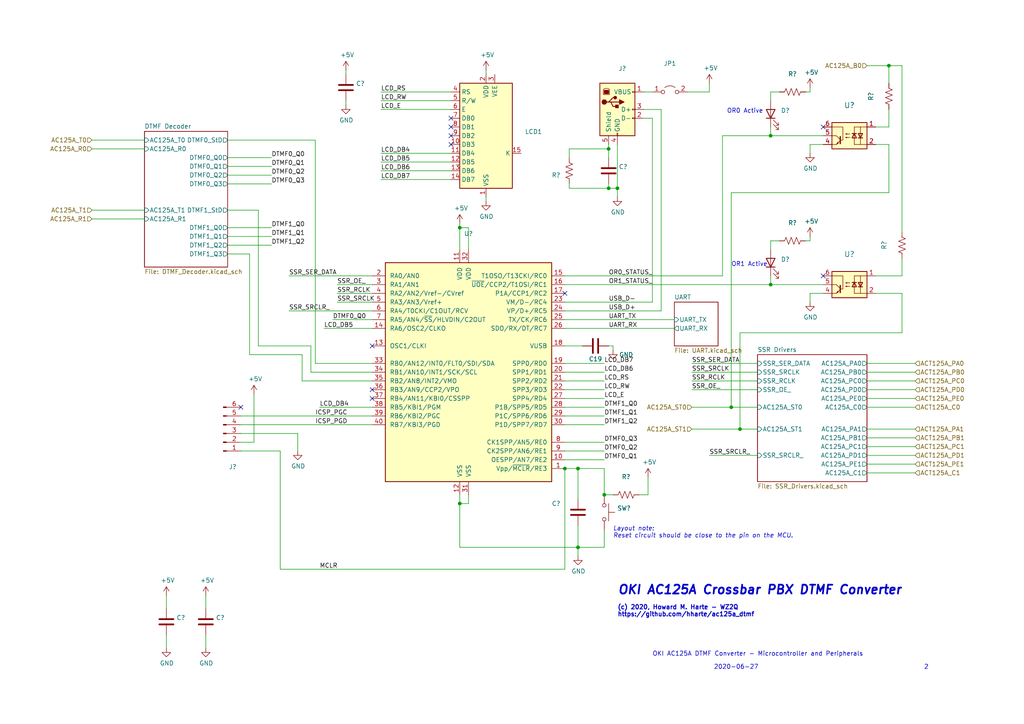
<source format=kicad_sch>
(kicad_sch (version 20211123) (generator eeschema)
  (paper "A4")
  (lib_symbols
    (symbol "Connector:Conn_01x06_Male" (pin_names (offset 1.016) hide)
      (property "Reference" "J" (at 0 7.62 0))
      (property "Value" "Conn_01x06_Male" (at 0 -10.16 0))
      (symbol "Conn_01x06_Male_1_1"
        (polyline (pts (xy 1.27 -7.62) (xy 0.8636 -7.62)) (stroke (width 0.1524)))
        (polyline (pts (xy 1.27 -5.08) (xy 0.8636 -5.08)) (stroke (width 0.1524)))
        (polyline (pts (xy 1.27 -2.54) (xy 0.8636 -2.54)) (stroke (width 0.1524)))
        (polyline (pts (xy 1.27 0) (xy 0.8636 0)) (stroke (width 0.1524)))
        (polyline (pts (xy 1.27 2.54) (xy 0.8636 2.54)) (stroke (width 0.1524)))
        (polyline (pts (xy 1.27 5.08) (xy 0.8636 5.08)) (stroke (width 0.1524)))
        (rectangle (start 0.8636 -7.493) (end 0 -7.747) (stroke (width 0.1524)) (fill (type outline)))
        (rectangle (start 0.8636 -4.953) (end 0 -5.207) (stroke (width 0.1524)) (fill (type outline)))
        (rectangle (start 0.8636 -2.413) (end 0 -2.667) (stroke (width 0.1524)) (fill (type outline)))
        (rectangle (start 0.8636 0.127) (end 0 -0.127) (stroke (width 0.1524)) (fill (type outline)))
        (rectangle (start 0.8636 2.667) (end 0 2.413) (stroke (width 0.1524)) (fill (type outline)))
        (rectangle (start 0.8636 5.207) (end 0 4.953) (stroke (width 0.1524)) (fill (type outline)))
        (pin passive line (at 5.08 5.08 180) (length 3.81) (name "Pin_1") (number "1"))
        (pin passive line (at 5.08 2.54 180) (length 3.81) (name "Pin_2") (number "2"))
        (pin passive line (at 5.08 0 180) (length 3.81) (name "Pin_3") (number "3"))
        (pin passive line (at 5.08 -2.54 180) (length 3.81) (name "Pin_4") (number "4"))
        (pin passive line (at 5.08 -5.08 180) (length 3.81) (name "Pin_5") (number "5"))
        (pin passive line (at 5.08 -7.62 180) (length 3.81) (name "Pin_6") (number "6"))
      )
    )
    (symbol "Device:C" (pin_numbers hide) (pin_names (offset 0.254))
      (property "Reference" "C" (at 0.635 2.54 0))
      (property "Value" "C" (at 0.635 -2.54 0))
      (symbol "C_0_1"
        (polyline (pts (xy -2.032 -0.762) (xy 2.032 -0.762)) (stroke (width 0.508)))
        (polyline (pts (xy -2.032 0.762) (xy 2.032 0.762)) (stroke (width 0.508)))
      )
      (symbol "C_1_1"
        (pin passive line (at 0 3.81 270) (length 2.794) (name "~") (number "1"))
        (pin passive line (at 0 -3.81 90) (length 2.794) (name "~") (number "2"))
      )
    )
    (symbol "Device:LED" (pin_numbers hide) (pin_names (offset 1.016) hide)
      (property "Reference" "D" (at 0 2.54 0))
      (property "Value" "LED" (at 0 -2.54 0))
      (symbol "LED_0_1"
        (polyline (pts (xy -1.27 -1.27) (xy -1.27 1.27)) (stroke (width 0.254)))
        (polyline (pts (xy -1.27 0) (xy 1.27 0)))
        (polyline (pts (xy 1.27 -1.27) (xy 1.27 1.27) (xy -1.27 0) (xy 1.27 -1.27)) (stroke (width 0.254)))
        (polyline (pts (xy -3.048 -0.762) (xy -4.572 -2.286) (xy -3.81 -2.286) (xy -4.572 -2.286) (xy -4.572 -1.524)))
        (polyline (pts (xy -1.778 -0.762) (xy -3.302 -2.286) (xy -2.54 -2.286) (xy -3.302 -2.286) (xy -3.302 -1.524)))
      )
      (symbol "LED_1_1"
        (pin passive line (at -3.81 0 0) (length 2.54) (name "K") (number "1"))
        (pin passive line (at 3.81 0 180) (length 2.54) (name "A") (number "2"))
      )
    )
    (symbol "Device:R_US" (pin_numbers hide) (pin_names (offset 0))
      (property "Reference" "R" (at 2.54 0 90))
      (property "Value" "R_US" (at -2.54 0 90))
      (symbol "R_US_0_1"
        (polyline (pts (xy 0 -2.286) (xy 0 -2.54)))
        (polyline (pts (xy 0 2.286) (xy 0 2.54)))
        (polyline (pts (xy 0 -0.762) (xy 1.016 -1.143) (xy 0 -1.524) (xy -1.016 -1.905) (xy 0 -2.286)))
        (polyline (pts (xy 0 0.762) (xy 1.016 0.381) (xy 0 0) (xy -1.016 -0.381) (xy 0 -0.762)))
        (polyline (pts (xy 0 2.286) (xy 1.016 1.905) (xy 0 1.524) (xy -1.016 1.143) (xy 0 0.762)))
      )
      (symbol "R_US_1_1"
        (pin passive line (at 0 3.81 270) (length 1.27) (name "~") (number "1"))
        (pin passive line (at 0 -3.81 90) (length 1.27) (name "~") (number "2"))
      )
    )
    (symbol "Isolator:H11AA1"
      (property "Reference" "U" (at -5.334 4.953 0))
      (property "Value" "H11AA1" (at 0.635 4.953 0))
      (symbol "H11AA1_0_1"
        (polyline (pts (xy -2.032 0.635) (xy -0.762 0.635)) (stroke (width 0.254)))
        (polyline (pts (xy -1.397 -2.54) (xy -3.175 -2.54)) (stroke (width 0.1524)))
        (polyline (pts (xy -1.397 -0.635) (xy -1.397 -2.54)))
        (polyline (pts (xy -1.397 0.635) (xy -1.397 -0.635)))
        (polyline (pts (xy -1.397 0.635) (xy -1.397 2.54)))
        (polyline (pts (xy -1.397 2.54) (xy -3.175 2.54)) (stroke (width 0.1524)))
        (polyline (pts (xy -1.397 0.635) (xy -2.032 -0.635) (xy -0.762 -0.635) (xy -1.397 0.635)) (stroke (width 0.254)))
      )
      (symbol "H11AA1_1_1"
        (rectangle (start -5.08 3.81) (end 5.08 -3.81) (stroke (width 0.254)) (fill (type background)))
        (polyline (pts (xy -3.81 -0.635) (xy -2.54 -0.635)) (stroke (width 0.254)))
        (polyline (pts (xy 2.667 -1.397) (xy 3.81 -2.54)))
        (polyline (pts (xy 2.667 -1.143) (xy 3.81 0)))
        (polyline (pts (xy 3.81 -2.54) (xy 5.08 -2.54)))
        (polyline (pts (xy 3.81 0) (xy 5.08 0)))
        (polyline (pts (xy 2.667 -0.254) (xy 2.667 -2.286) (xy 2.667 -2.286)) (stroke (width 0.3556)))
        (polyline (pts (xy -5.08 -2.54) (xy -3.175 -2.54) (xy -3.175 2.54) (xy -5.08 2.54)))
        (polyline (pts (xy -3.175 -0.635) (xy -3.81 0.635) (xy -2.54 0.635) (xy -3.175 -0.635)) (stroke (width 0.254)))
        (polyline (pts (xy 3.683 -2.413) (xy 3.429 -1.905) (xy 3.175 -2.159) (xy 3.683 -2.413)))
        (polyline (pts (xy 5.08 2.54) (xy 1.905 2.54) (xy 1.905 -1.27) (xy 2.54 -1.27)))
        (polyline (pts (xy -0.127 -0.508) (xy 1.143 -0.508) (xy 0.762 -0.635) (xy 0.762 -0.381) (xy 1.143 -0.508)))
        (polyline (pts (xy -0.127 0.508) (xy 1.143 0.508) (xy 0.762 0.381) (xy 0.762 0.635) (xy 1.143 0.508)))
        (pin passive line (at -7.62 2.54 0) (length 2.54) (name "~") (number "1"))
        (pin passive line (at -7.62 -2.54 0) (length 2.54) (name "~") (number "2"))
        (pin no_connect line (at -5.08 0 0) (length 2.54) hide (name "NC") (number "3"))
        (pin passive line (at 7.62 -2.54 180) (length 2.54) (name "~") (number "4"))
        (pin passive line (at 7.62 0 180) (length 2.54) (name "~") (number "5"))
        (pin passive line (at 7.62 2.54 180) (length 2.54) (name "~") (number "6"))
      )
    )
    (symbol "Jumper:Jumper_2_Open" (pin_names (offset 0) hide)
      (property "Reference" "JP" (at 0 2.794 0))
      (property "Value" "Jumper_2_Open" (at 0 -2.286 0))
      (symbol "Jumper_2_Open_0_0"
        (circle (center -2.032 0) (radius 0.508))
        (circle (center 2.032 0) (radius 0.508))
      )
      (symbol "Jumper_2_Open_0_1"
        (arc (start 1.524 1.27) (mid 0 1.778) (end -1.524 1.27))
      )
      (symbol "Jumper_2_Open_1_1"
        (pin passive line (at -5.08 0 0) (length 2.54) (name "A") (number "1"))
        (pin passive line (at 5.08 0 180) (length 2.54) (name "B") (number "2"))
      )
    )
    (symbol "MCU_Microchip_PIC18:PIC18F4550-IP" (pin_names (offset 1.27))
      (property "Reference" "U" (at -22.86 33.02 0))
      (property "Value" "PIC18F4550-IP" (at 13.97 -33.02 0))
      (symbol "PIC18F4550-IP_0_1"
        (rectangle (start -24.13 31.75) (end 24.13 -31.75) (stroke (width 0.254)) (fill (type background)))
      )
      (symbol "PIC18F4550-IP_1_1"
        (pin input line (at 27.94 -27.94 180) (length 3.81) (name "Vpp/~{MCLR}/RE3") (number "1"))
        (pin bidirectional line (at 27.94 -25.4 180) (length 3.81) (name "OESPP/AN7/RE2") (number "10"))
        (pin power_in line (at -2.54 35.56 270) (length 3.81) (name "VDD") (number "11"))
        (pin power_in line (at -2.54 -35.56 90) (length 3.81) (name "VSS") (number "12"))
        (pin input line (at -27.94 7.62 0) (length 3.81) (name "OSC1/CLKI") (number "13"))
        (pin output line (at -27.94 12.7 0) (length 3.81) (name "RA6/OSC2/CLKO") (number "14"))
        (pin bidirectional line (at 27.94 27.94 180) (length 3.81) (name "T1OSO/T13CKI/RC0") (number "15"))
        (pin bidirectional line (at 27.94 25.4 180) (length 3.81) (name "~{UOE}/CCP2/T1OSI/RC1") (number "16"))
        (pin bidirectional line (at 27.94 22.86 180) (length 3.81) (name "P1A/CCP1/RC2") (number "17"))
        (pin bidirectional line (at 27.94 7.62 180) (length 3.81) (name "VUSB") (number "18"))
        (pin bidirectional line (at 27.94 2.54 180) (length 3.81) (name "SPP0/RD0") (number "19"))
        (pin bidirectional line (at -27.94 27.94 0) (length 3.81) (name "RA0/AN0") (number "2"))
        (pin bidirectional line (at 27.94 0 180) (length 3.81) (name "SPP1/RD1") (number "20"))
        (pin bidirectional line (at 27.94 -2.54 180) (length 3.81) (name "SPP2/RD2") (number "21"))
        (pin bidirectional line (at 27.94 -5.08 180) (length 3.81) (name "SPP3/RD3") (number "22"))
        (pin bidirectional line (at 27.94 20.32 180) (length 3.81) (name "VM/D-/RC4") (number "23"))
        (pin bidirectional line (at 27.94 17.78 180) (length 3.81) (name "VP/D+/RC5") (number "24"))
        (pin bidirectional line (at 27.94 15.24 180) (length 3.81) (name "TX/CK/RC6") (number "25"))
        (pin bidirectional line (at 27.94 12.7 180) (length 3.81) (name "SDO/RX/DT/RC7") (number "26"))
        (pin bidirectional line (at 27.94 -7.62 180) (length 3.81) (name "SPP4/RD4") (number "27"))
        (pin bidirectional line (at 27.94 -10.16 180) (length 3.81) (name "P1B/SPP5/RD5") (number "28"))
        (pin bidirectional line (at 27.94 -12.7 180) (length 3.81) (name "P1C/SPP6/RD6") (number "29"))
        (pin bidirectional line (at -27.94 25.4 0) (length 3.81) (name "RA1/AN1") (number "3"))
        (pin bidirectional line (at 27.94 -15.24 180) (length 3.81) (name "P1D/SPP7/RD7") (number "30"))
        (pin power_in line (at 0 -35.56 90) (length 3.81) (name "VSS") (number "31"))
        (pin power_in line (at 0 35.56 270) (length 3.81) (name "VDD") (number "32"))
        (pin bidirectional line (at -27.94 2.54 0) (length 3.81) (name "RB0/AN12/INT0/FLT0/SDI/SDA") (number "33"))
        (pin bidirectional line (at -27.94 0 0) (length 3.81) (name "RB1/AN10/INT1/SCK/SCL") (number "34"))
        (pin bidirectional line (at -27.94 -2.54 0) (length 3.81) (name "RB2/AN8/INT2/VMO") (number "35"))
        (pin bidirectional line (at -27.94 -5.08 0) (length 3.81) (name "RB3/AN9/CCP2/VPO") (number "36"))
        (pin bidirectional line (at -27.94 -7.62 0) (length 3.81) (name "RB4/AN11/KBI0/CSSPP") (number "37"))
        (pin bidirectional line (at -27.94 -10.16 0) (length 3.81) (name "RB5/KBI1/PGM") (number "38"))
        (pin bidirectional line (at -27.94 -12.7 0) (length 3.81) (name "RB6/KBI2/PGC") (number "39"))
        (pin bidirectional line (at -27.94 22.86 0) (length 3.81) (name "RA2/AN2/Vref-/CVref") (number "4"))
        (pin bidirectional line (at -27.94 -15.24 0) (length 3.81) (name "RB7/KBI3/PGD") (number "40"))
        (pin bidirectional line (at -27.94 20.32 0) (length 3.81) (name "RA3/AN3/Vref+") (number "5"))
        (pin bidirectional line (at -27.94 17.78 0) (length 3.81) (name "RA4/T0CKI/C1OUT/RCV") (number "6"))
        (pin bidirectional line (at -27.94 15.24 0) (length 3.81) (name "RA5/AN4/~{SS}/HLVDIN/C2OUT") (number "7"))
        (pin bidirectional line (at 27.94 -20.32 180) (length 3.81) (name "CK1SPP/AN5/RE0") (number "8"))
        (pin bidirectional line (at 27.94 -22.86 180) (length 3.81) (name "CK2SPP/AN6/RE1") (number "9"))
      )
    )
    (symbol "Switch:SW_Push" (pin_numbers hide) (pin_names (offset 1.016) hide)
      (property "Reference" "SW" (at 1.27 2.54 0))
      (property "Value" "SW_Push" (at 0 -1.524 0))
      (symbol "SW_Push_0_1"
        (circle (center -2.032 0) (radius 0.508))
        (polyline (pts (xy 0 1.27) (xy 0 3.048)))
        (polyline (pts (xy 2.54 1.27) (xy -2.54 1.27)))
        (circle (center 2.032 0) (radius 0.508))
        (pin passive line (at -5.08 0 0) (length 2.54) (name "1") (number "1"))
        (pin passive line (at 5.08 0 180) (length 2.54) (name "2") (number "2"))
      )
    )
    (symbol "ac125a_dtmf-rescue:USB_B-Connector" (pin_names (offset 1.016))
      (property "Reference" "J" (at -5.08 11.43 0))
      (property "Value" "USB_B-Connector" (at -5.08 8.89 0))
      (symbol "USB_B-Connector_0_1"
        (rectangle (start -5.08 -7.62) (end 5.08 7.62) (stroke (width 0.254)) (fill (type background)))
        (circle (center -3.81 2.159) (radius 0.635) (stroke (width 0.254)) (fill (type outline)))
        (rectangle (start -3.81 5.588) (end -2.54 4.572) (fill (type outline)))
        (circle (center -0.635 3.429) (radius 0.381) (stroke (width 0.254)) (fill (type outline)))
        (rectangle (start -0.127 -7.62) (end 0.127 -6.858))
        (polyline (pts (xy -1.905 2.159) (xy 0.635 2.159)) (stroke (width 0.254)))
        (polyline (pts (xy -3.175 2.159) (xy -2.54 2.159) (xy -1.27 3.429) (xy -0.635 3.429)) (stroke (width 0.254)))
        (polyline (pts (xy -2.54 2.159) (xy -1.905 2.159) (xy -1.27 0.889) (xy 0 0.889)) (stroke (width 0.254)))
        (polyline (pts (xy 0.635 2.794) (xy 0.635 1.524) (xy 1.905 2.159) (xy 0.635 2.794)) (stroke (width 0.254)) (fill (type outline)))
        (polyline (pts (xy -4.064 4.318) (xy -2.286 4.318) (xy -2.286 5.715) (xy -2.667 6.096) (xy -3.683 6.096) (xy -4.064 5.715) (xy -4.064 4.318)))
        (rectangle (start 0.254 1.27) (end -0.508 0.508) (stroke (width 0.254)) (fill (type outline)))
        (rectangle (start 5.08 -2.667) (end 4.318 -2.413))
        (rectangle (start 5.08 -0.127) (end 4.318 0.127))
        (rectangle (start 5.08 4.953) (end 4.318 5.207))
      )
      (symbol "USB_B-Connector_1_1"
        (pin power_out line (at 7.62 5.08 180) (length 2.54) (name "VBUS") (number "1"))
        (pin passive line (at 7.62 -2.54 180) (length 2.54) (name "D-") (number "2"))
        (pin passive line (at 7.62 0 180) (length 2.54) (name "D+") (number "3"))
        (pin power_out line (at 0 -10.16 90) (length 2.54) (name "GND") (number "4"))
        (pin passive line (at -2.54 -10.16 90) (length 2.54) (name "Shield") (number "5"))
      )
    )
    (symbol "ac125a_dtmf:DMC-16105-LY"
      (property "Reference" "LCD" (at -6.35 16.51 0))
      (property "Value" "DMC-16105-LY" (at 4.318 16.51 0))
      (symbol "DMC-16105-LY_0_1"
        (rectangle (start -7.62 15.24) (end 7.62 -15.24) (stroke (width 0.254)) (fill (type background)))
      )
      (symbol "DMC-16105-LY_1_1"
        (pin power_in line (at 0 -17.78 90) (length 2.54) (name "VSS") (number "1"))
        (pin bidirectional line (at -10.16 -2.54 0) (length 2.54) (name "DB3") (number "10"))
        (pin bidirectional line (at -10.16 -5.08 0) (length 2.54) (name "DB4") (number "11"))
        (pin bidirectional line (at -10.16 -7.62 0) (length 2.54) (name "DB5") (number "12"))
        (pin bidirectional line (at -10.16 -10.16 0) (length 2.54) (name "DB6") (number "13"))
        (pin bidirectional line (at -10.16 -12.7 0) (length 2.54) (name "DB7") (number "14"))
        (pin power_in line (at 10.16 -5.08 180) (length 2.54) (name "K") (number "15"))
        (pin power_in line (at 0 17.78 270) (length 2.54) (name "VDD") (number "2"))
        (pin power_in line (at 2.54 17.78 270) (length 2.54) (name "VEE") (number "3"))
        (pin input line (at -10.16 12.7 0) (length 2.54) (name "RS") (number "4"))
        (pin input line (at -10.16 10.16 0) (length 2.54) (name "R/W") (number "5"))
        (pin input line (at -10.16 7.62 0) (length 2.54) (name "E") (number "6"))
        (pin bidirectional line (at -10.16 5.08 0) (length 2.54) (name "DB0") (number "7"))
        (pin bidirectional line (at -10.16 2.54 0) (length 2.54) (name "DB1") (number "8"))
        (pin bidirectional line (at -10.16 0 0) (length 2.54) (name "DB2") (number "9"))
      )
    )
    (symbol "power:+5V" (power) (pin_names (offset 0))
      (property "Value" "+5V" (at 0 3.556 0))
      (symbol "+5V_0_1"
        (polyline (pts (xy -0.762 1.27) (xy 0 2.54)))
        (polyline (pts (xy 0 0) (xy 0 2.54)))
        (polyline (pts (xy 0 2.54) (xy 0.762 1.27)))
      )
      (symbol "+5V_1_1"
        (pin power_in line (at 0 0 90) (length 0) hide (name "+5V") (number "1"))
      )
    )
    (symbol "power:GND" (power) (pin_names (offset 0))
      (property "Value" "GND" (at 0 -3.81 0))
      (symbol "GND_0_1"
        (polyline (pts (xy 0 0) (xy 0 -1.27) (xy 1.27 -1.27) (xy 0 -2.54) (xy -1.27 -1.27) (xy 0 -1.27)))
      )
      (symbol "GND_1_1"
        (pin power_in line (at 0 0 270) (length 0) hide (name "GND") (number "1"))
      )
    )
  )
  (junction (at 163.83 135.89))
  (junction (at 223.52 39.37))
  (junction (at 176.53 43.18))
  (junction (at 257.81 19.05))
  (junction (at 223.52 82.55))
  (junction (at 176.53 54.61))
  (junction (at 167.64 135.89))
  (junction (at 133.35 66.04))
  (junction (at 179.07 54.61))
  (junction (at 212.09 118.11))
  (junction (at 167.64 158.75))
  (junction (at 175.26 143.51))
  (junction (at 133.35 146.05))
  (junction (at 214.63 124.46))
  (no_connect (at 163.83 85.09))
  (no_connect (at 130.81 36.83))
  (no_connect (at 69.85 118.11))
  (no_connect (at 238.76 36.83))
  (no_connect (at 130.81 39.37))
  (no_connect (at 107.95 113.03))
  (no_connect (at 130.81 41.91))
  (no_connect (at 130.81 34.29))
  (no_connect (at 238.76 80.01))
  (no_connect (at 107.95 115.57))
  (no_connect (at 107.95 100.33))
  (wire (pts (xy 254 85.09) (xy 261.62 85.09)))
  (wire (pts (xy 205.74 26.67) (xy 205.74 24.13)))
  (wire (pts (xy 251.46 115.57) (xy 265.43 115.57)))
  (wire (pts (xy 97.79 87.63) (xy 107.95 87.63)))
  (wire (pts (xy 163.83 165.1) (xy 163.83 135.89)))
  (wire (pts (xy 261.62 19.05) (xy 257.81 19.05)))
  (wire (pts (xy 223.52 26.67) (xy 226.06 26.67)))
  (wire (pts (xy 81.28 130.81) (xy 69.85 130.81)))
  (wire (pts (xy 83.82 90.17) (xy 107.95 90.17)))
  (wire (pts (xy 223.52 69.85) (xy 226.06 69.85)))
  (wire (pts (xy 81.28 165.1) (xy 163.83 165.1)))
  (wire (pts (xy 176.53 41.91) (xy 176.53 43.18)))
  (wire (pts (xy 251.46 127) (xy 265.43 127)))
  (wire (pts (xy 234.95 41.91) (xy 238.76 41.91)))
  (wire (pts (xy 200.66 113.03) (xy 219.71 113.03)))
  (wire (pts (xy 163.83 100.33) (xy 168.91 100.33)))
  (wire (pts (xy 107.95 92.71) (xy 96.52 92.71)))
  (wire (pts (xy 251.46 129.54) (xy 265.43 129.54)))
  (wire (pts (xy 163.83 128.27) (xy 175.26 128.27)))
  (wire (pts (xy 167.64 152.4) (xy 167.64 158.75)))
  (wire (pts (xy 135.89 146.05) (xy 133.35 146.05)))
  (wire (pts (xy 165.1 54.61) (xy 176.53 54.61)))
  (wire (pts (xy 73.66 128.27) (xy 73.66 114.3)))
  (wire (pts (xy 140.97 21.59) (xy 140.97 20.32)))
  (wire (pts (xy 251.46 134.62) (xy 265.43 134.62)))
  (wire (pts (xy 26.67 63.5) (xy 41.91 63.5)))
  (wire (pts (xy 91.44 40.64) (xy 91.44 105.41)))
  (wire (pts (xy 175.26 158.75) (xy 175.26 153.67)))
  (wire (pts (xy 165.1 43.18) (xy 176.53 43.18)))
  (wire (pts (xy 186.69 31.75) (xy 191.77 31.75)))
  (wire (pts (xy 100.33 29.21) (xy 100.33 30.48)))
  (wire (pts (xy 59.69 176.53) (xy 59.69 172.72)))
  (wire (pts (xy 175.26 118.11) (xy 163.83 118.11)))
  (wire (pts (xy 214.63 124.46) (xy 214.63 96.52)))
  (wire (pts (xy 167.64 158.75) (xy 175.26 158.75)))
  (wire (pts (xy 179.07 54.61) (xy 179.07 57.15)))
  (wire (pts (xy 59.69 184.15) (xy 59.69 187.96)))
  (wire (pts (xy 110.49 26.67) (xy 130.81 26.67)))
  (wire (pts (xy 66.04 68.58) (xy 78.74 68.58)))
  (wire (pts (xy 163.83 130.81) (xy 175.26 130.81)))
  (wire (pts (xy 175.26 113.03) (xy 163.83 113.03)))
  (wire (pts (xy 176.53 54.61) (xy 179.07 54.61)))
  (wire (pts (xy 200.66 124.46) (xy 214.63 124.46)))
  (wire (pts (xy 234.95 26.67) (xy 234.95 25.4)))
  (wire (pts (xy 167.64 135.89) (xy 175.26 135.89)))
  (wire (pts (xy 163.83 95.25) (xy 195.58 95.25)))
  (wire (pts (xy 163.83 80.01) (xy 209.55 80.01)))
  (wire (pts (xy 163.83 92.71) (xy 195.58 92.71)))
  (wire (pts (xy 233.68 69.85) (xy 234.95 69.85)))
  (wire (pts (xy 163.83 135.89) (xy 167.64 135.89)))
  (wire (pts (xy 223.52 39.37) (xy 223.52 36.83)))
  (wire (pts (xy 189.23 34.29) (xy 186.69 34.29)))
  (wire (pts (xy 66.04 50.8) (xy 78.74 50.8)))
  (wire (pts (xy 107.95 107.95) (xy 90.17 107.95)))
  (wire (pts (xy 212.09 55.88) (xy 257.81 55.88)))
  (wire (pts (xy 251.46 118.11) (xy 265.43 118.11)))
  (wire (pts (xy 66.04 48.26) (xy 78.74 48.26)))
  (wire (pts (xy 86.36 125.73) (xy 86.36 130.81)))
  (wire (pts (xy 187.96 143.51) (xy 185.42 143.51)))
  (wire (pts (xy 257.81 31.75) (xy 257.81 36.83)))
  (wire (pts (xy 223.52 39.37) (xy 238.76 39.37)))
  (wire (pts (xy 72.39 73.66) (xy 72.39 102.87)))
  (wire (pts (xy 223.52 82.55) (xy 223.52 80.01)))
  (wire (pts (xy 165.1 43.18) (xy 165.1 45.72)))
  (wire (pts (xy 219.71 107.95) (xy 200.66 107.95)))
  (wire (pts (xy 110.49 44.45) (xy 130.81 44.45)))
  (wire (pts (xy 133.35 143.51) (xy 133.35 146.05)))
  (wire (pts (xy 175.26 115.57) (xy 163.83 115.57)))
  (wire (pts (xy 200.66 105.41) (xy 219.71 105.41)))
  (wire (pts (xy 186.69 26.67) (xy 189.23 26.67)))
  (wire (pts (xy 191.77 90.17) (xy 163.83 90.17)))
  (wire (pts (xy 66.04 45.72) (xy 78.74 45.72)))
  (wire (pts (xy 69.85 123.19) (xy 107.95 123.19)))
  (wire (pts (xy 223.52 29.21) (xy 223.52 26.67)))
  (wire (pts (xy 133.35 146.05) (xy 133.35 158.75)))
  (wire (pts (xy 212.09 118.11) (xy 219.71 118.11)))
  (wire (pts (xy 209.55 80.01) (xy 209.55 39.37)))
  (wire (pts (xy 251.46 110.49) (xy 265.43 110.49)))
  (wire (pts (xy 92.71 118.11) (xy 107.95 118.11)))
  (wire (pts (xy 100.33 21.59) (xy 100.33 20.32)))
  (wire (pts (xy 251.46 19.05) (xy 257.81 19.05)))
  (wire (pts (xy 135.89 143.51) (xy 135.89 146.05)))
  (wire (pts (xy 251.46 132.08) (xy 265.43 132.08)))
  (wire (pts (xy 176.53 43.18) (xy 176.53 45.72)))
  (wire (pts (xy 234.95 44.45) (xy 234.95 41.91)))
  (wire (pts (xy 110.49 31.75) (xy 130.81 31.75)))
  (wire (pts (xy 97.79 85.09) (xy 107.95 85.09)))
  (wire (pts (xy 257.81 24.13) (xy 257.81 19.05)))
  (wire (pts (xy 167.64 135.89) (xy 167.64 144.78)))
  (wire (pts (xy 66.04 53.34) (xy 78.74 53.34)))
  (wire (pts (xy 107.95 95.25) (xy 93.98 95.25)))
  (wire (pts (xy 163.83 82.55) (xy 223.52 82.55)))
  (wire (pts (xy 66.04 40.64) (xy 91.44 40.64)))
  (wire (pts (xy 167.64 158.75) (xy 167.64 161.29)))
  (wire (pts (xy 205.74 132.08) (xy 219.71 132.08)))
  (wire (pts (xy 110.49 52.07) (xy 130.81 52.07)))
  (wire (pts (xy 140.97 58.42) (xy 140.97 57.15)))
  (wire (pts (xy 187.96 138.43) (xy 187.96 143.51)))
  (wire (pts (xy 163.83 87.63) (xy 189.23 87.63)))
  (wire (pts (xy 199.39 26.67) (xy 205.74 26.67)))
  (wire (pts (xy 251.46 137.16) (xy 265.43 137.16)))
  (wire (pts (xy 74.93 60.96) (xy 74.93 100.33)))
  (wire (pts (xy 90.17 100.33) (xy 90.17 107.95)))
  (wire (pts (xy 175.26 105.41) (xy 163.83 105.41)))
  (wire (pts (xy 251.46 107.95) (xy 265.43 107.95)))
  (wire (pts (xy 261.62 85.09) (xy 261.62 96.52)))
  (wire (pts (xy 234.95 85.09) (xy 238.76 85.09)))
  (wire (pts (xy 163.83 133.35) (xy 175.26 133.35)))
  (wire (pts (xy 78.74 71.12) (xy 66.04 71.12)))
  (wire (pts (xy 175.26 110.49) (xy 163.83 110.49)))
  (wire (pts (xy 74.93 60.96) (xy 66.04 60.96)))
  (wire (pts (xy 191.77 31.75) (xy 191.77 90.17)))
  (wire (pts (xy 78.74 66.04) (xy 66.04 66.04)))
  (wire (pts (xy 209.55 39.37) (xy 223.52 39.37)))
  (wire (pts (xy 177.8 143.51) (xy 175.26 143.51)))
  (wire (pts (xy 133.35 158.75) (xy 167.64 158.75)))
  (wire (pts (xy 223.52 82.55) (xy 238.76 82.55)))
  (wire (pts (xy 133.35 64.77) (xy 133.35 66.04)))
  (wire (pts (xy 223.52 72.39) (xy 223.52 69.85)))
  (wire (pts (xy 254 41.91) (xy 257.81 41.91)))
  (wire (pts (xy 97.79 82.55) (xy 107.95 82.55)))
  (wire (pts (xy 133.35 66.04) (xy 133.35 72.39)))
  (wire (pts (xy 175.26 107.95) (xy 163.83 107.95)))
  (wire (pts (xy 261.62 74.93) (xy 261.62 80.01)))
  (wire (pts (xy 87.63 110.49) (xy 87.63 102.87)))
  (wire (pts (xy 69.85 125.73) (xy 86.36 125.73)))
  (wire (pts (xy 135.89 66.04) (xy 135.89 72.39)))
  (wire (pts (xy 107.95 80.01) (xy 83.82 80.01)))
  (wire (pts (xy 110.49 29.21) (xy 130.81 29.21)))
  (wire (pts (xy 254 36.83) (xy 257.81 36.83)))
  (wire (pts (xy 48.26 184.15) (xy 48.26 187.96)))
  (wire (pts (xy 87.63 102.87) (xy 72.39 102.87)))
  (wire (pts (xy 110.49 46.99) (xy 130.81 46.99)))
  (wire (pts (xy 26.67 43.18) (xy 41.91 43.18)))
  (wire (pts (xy 26.67 60.96) (xy 41.91 60.96)))
  (wire (pts (xy 214.63 96.52) (xy 261.62 96.52)))
  (wire (pts (xy 175.26 123.19) (xy 163.83 123.19)))
  (wire (pts (xy 251.46 113.03) (xy 265.43 113.03)))
  (wire (pts (xy 165.1 53.34) (xy 165.1 54.61)))
  (wire (pts (xy 234.95 69.85) (xy 234.95 68.58)))
  (wire (pts (xy 177.8 100.33) (xy 177.8 101.6)))
  (wire (pts (xy 233.68 26.67) (xy 234.95 26.67)))
  (wire (pts (xy 74.93 100.33) (xy 90.17 100.33)))
  (wire (pts (xy 179.07 41.91) (xy 179.07 54.61)))
  (wire (pts (xy 69.85 120.65) (xy 107.95 120.65)))
  (wire (pts (xy 212.09 118.11) (xy 212.09 55.88)))
  (wire (pts (xy 69.85 128.27) (xy 73.66 128.27)))
  (wire (pts (xy 87.63 110.49) (xy 107.95 110.49)))
  (wire (pts (xy 257.81 41.91) (xy 257.81 55.88)))
  (wire (pts (xy 175.26 120.65) (xy 163.83 120.65)))
  (wire (pts (xy 200.66 110.49) (xy 219.71 110.49)))
  (wire (pts (xy 175.26 135.89) (xy 175.26 143.51)))
  (wire (pts (xy 251.46 124.46) (xy 265.43 124.46)))
  (wire (pts (xy 91.44 105.41) (xy 107.95 105.41)))
  (wire (pts (xy 133.35 66.04) (xy 135.89 66.04)))
  (wire (pts (xy 200.66 118.11) (xy 212.09 118.11)))
  (wire (pts (xy 214.63 124.46) (xy 219.71 124.46)))
  (wire (pts (xy 26.67 40.64) (xy 41.91 40.64)))
  (wire (pts (xy 251.46 105.41) (xy 265.43 105.41)))
  (wire (pts (xy 81.28 165.1) (xy 81.28 130.81)))
  (wire (pts (xy 189.23 34.29) (xy 189.23 87.63)))
  (wire (pts (xy 66.04 73.66) (xy 72.39 73.66)))
  (wire (pts (xy 176.53 54.61) (xy 176.53 53.34)))
  (wire (pts (xy 176.53 100.33) (xy 177.8 100.33)))
  (wire (pts (xy 48.26 176.53) (xy 48.26 172.72)))
  (wire (pts (xy 110.49 49.53) (xy 130.81 49.53)))
  (wire (pts (xy 261.62 19.05) (xy 261.62 67.31)))
  (wire (pts (xy 234.95 87.63) (xy 234.95 85.09)))
  (wire (pts (xy 254 80.01) (xy 261.62 80.01)))
  (text "OKI AC125A Crossbar PBX DTMF Converter" (at 179.07 172.72 0) (effects (font (size 2.54 2.54) (thickness 0.508) bold italic) (justify left bottom)))
  (text "2020-06-27" (at 207.01 194.31 0) (effects (font (size 1.27 1.27)) (justify left bottom)))
  (text "OKI AC125A DTMF Converter - Microcontroller and Peripherals" (at 189.23 190.5 0) (effects (font (size 1.27 1.27)) (justify left bottom)))
  (text "(c) 2020, Howard M. Harte - WZ2Q\nhttps://github.com/hharte/ac125a_dtmf" (at 179.07 179.07 0) (effects (font (size 1.27 1.27) (thickness 0.254) bold) (justify left bottom)))
  (text "OR0 Active" (at 210.82 33.02 0) (effects (font (size 1.27 1.27)) (justify left bottom)))
  (text "OR1 Active" (at 212.09 77.47 0) (effects (font (size 1.27 1.27)) (justify left bottom)))
  (text "Layout note:\nReset circuit should be close to the pin on the MCU." (at 177.8 156.21 0) (effects (font (size 1.27 1.27) italic) (justify left bottom)))
  (text "2" (at 267.97 194.31 0) (effects (font (size 1.27 1.27)) (justify left bottom)))
  (label "SSR_SER_DATA" (at 200.66 105.41 0))
  (label "LCD_DB6" (at 110.49 49.53 0))
  (label "OR1_STATUS_" (at 176.53 82.55 0))
  (label "LCD_DB4" (at 92.71 118.11 0))
  (label "SSR_OE_" (at 200.66 113.03 0))
  (label "LCD_RW" (at 175.26 113.03 0))
  (label "DTMF1_Q0" (at 78.74 66.04 0))
  (label "SSR_RCLK" (at 97.79 85.09 0))
  (label "LCD_DB5" (at 110.49 46.99 0))
  (label "LCD_DB7" (at 175.26 105.41 0))
  (label "UART_RX" (at 176.53 95.25 0))
  (label "OR0_STATUS_" (at 176.53 80.01 0))
  (label "LCD_RS" (at 110.49 26.67 0))
  (label "DTMF1_Q0" (at 175.26 118.11 0))
  (label "DTMF1_Q2" (at 78.74 71.12 0))
  (label "UART_TX" (at 176.53 92.71 0))
  (label "DTMF1_Q2" (at 175.26 123.19 0))
  (label "LCD_DB6" (at 175.26 107.95 0))
  (label "SSR_OE_" (at 97.79 82.55 0))
  (label "SSR_SER_DATA" (at 83.82 80.01 0))
  (label "ICSP_PGC" (at 91.44 120.65 0))
  (label "DTMF1_Q1" (at 78.74 68.58 0))
  (label "SSR_SRCLK" (at 97.79 87.63 0))
  (label "SSR_SRCLR_" (at 83.82 90.17 0))
  (label "DTMF0_Q2" (at 78.74 50.8 0))
  (label "MCLR" (at 92.71 165.1 0))
  (label "DTMF0_Q3" (at 78.74 53.34 0))
  (label "LCD_DB5" (at 93.98 95.25 0))
  (label "DTMF0_Q0" (at 78.74 45.72 0))
  (label "DTMF0_Q3" (at 175.26 128.27 0))
  (label "DTMF0_Q1" (at 78.74 48.26 0))
  (label "LCD_RW" (at 110.49 29.21 0))
  (label "USB_D-" (at 176.53 87.63 0))
  (label "LCD_DB7" (at 110.49 52.07 0))
  (label "DTMF0_Q0" (at 96.52 92.71 0))
  (label "DTMF0_Q2" (at 175.26 130.81 0))
  (label "DTMF0_Q1" (at 175.26 133.35 0))
  (label "SSR_RCLK" (at 200.66 110.49 0))
  (label "USB_D+" (at 176.53 90.17 0))
  (label "SSR_SRCLR_" (at 205.74 132.08 0))
  (label "LCD_DB4" (at 110.49 44.45 0))
  (label "LCD_E" (at 110.49 31.75 0))
  (label "SSR_SRCLK" (at 200.66 107.95 0))
  (label "ICSP_PGD" (at 91.44 123.19 0))
  (label "LCD_RS" (at 175.26 110.49 0))
  (label "DTMF1_Q1" (at 175.26 120.65 0))
  (label "LCD_E" (at 175.26 115.57 0))
  (hierarchical_label "ACT125A_PC1" (shape input) (at 265.43 129.54 0))
  (hierarchical_label "AC125A_ST0" (shape input) (at 200.66 118.11 180))
  (hierarchical_label "ACT125A_C0" (shape input) (at 265.43 118.11 0))
  (hierarchical_label "ACT125A_PA1" (shape input) (at 265.43 124.46 0))
  (hierarchical_label "AC125A_ST1" (shape input) (at 200.66 124.46 180))
  (hierarchical_label "ACT125A_PE0" (shape input) (at 265.43 115.57 0))
  (hierarchical_label "ACT125A_PA0" (shape input) (at 265.43 105.41 0))
  (hierarchical_label "AC125A_B0" (shape input) (at 251.46 19.05 180))
  (hierarchical_label "AC125A_T1" (shape input) (at 26.67 60.96 180))
  (hierarchical_label "AC125A_R0" (shape input) (at 26.67 43.18 180))
  (hierarchical_label "AC125A_R1" (shape input) (at 26.67 63.5 180))
  (hierarchical_label "ACT125A_PD1" (shape input) (at 265.43 132.08 0))
  (hierarchical_label "ACT125A_PB1" (shape input) (at 265.43 127 0))
  (hierarchical_label "ACT125A_C1" (shape input) (at 265.43 137.16 0))
  (hierarchical_label "ACT125A_PE1" (shape input) (at 265.43 134.62 0))
  (hierarchical_label "ACT125A_PC0" (shape input) (at 265.43 110.49 0))
  (hierarchical_label "AC125A_T0" (shape input) (at 26.67 40.64 180))
  (hierarchical_label "ACT125A_PB0" (shape input) (at 265.43 107.95 0))
  (hierarchical_label "ACT125A_PD0" (shape input) (at 265.43 113.03 0))
  (symbol (lib_id "power:+5V") (at 100.33 20.32 0) (unit 1)
    (property "Reference" "#PWR?" (effects hide))
  )
  (symbol (lib_id "MCU_Microchip_PIC18:PIC18F4550-IP") (at 135.89 107.95 0) (unit 1)
    (property "Reference" "U?" (at 135.89 67.7926 0))
    (property "Datasheet" "http://ww1.microchip.com/downloads/en/DeviceDoc/39760d.pdf" (effects hide))
  )
  (symbol (lib_id "Switch:SW_Push") (at 175.26 148.59 270) (unit 1)
    (property "Reference" "SW?" (at 179.0192 147.4216 90) (effects (justify left)))
  )
  (symbol (lib_id "Device:C") (at 167.64 148.59 0) (unit 1)
    (property "Reference" "C?" (at 160.02 146.05 0) (effects (justify left)))
  )
  (symbol (lib_id "Device:R_US") (at 181.61 143.51 270) (unit 1)
    (property "Reference" "R?" (at 181.61 138.303 90))
  )
  (symbol (lib_id "Connector:Conn_01x06_Male") (at 64.77 125.73 0) (mirror x) (unit 1)
    (property "Reference" "J?" (at 67.5132 135.4074 0))
  )
  (symbol (lib_id "power:GND") (at 86.36 130.81 0) (unit 1)
    (property "Reference" "#PWR?" (effects hide))
  )
  (symbol (lib_id "power:+5V") (at 187.96 138.43 0) (unit 1)
    (property "Reference" "#PWR?" (effects hide))
  )
  (symbol (lib_id "power:+5V") (at 73.66 114.3 0) (unit 1)
    (property "Reference" "#PWR?" (effects hide))
  )
  (symbol (lib_id "Device:C") (at 100.33 25.4 0) (unit 1)
    (property "Reference" "C?" (at 103.251 24.2316 0) (effects (justify left)))
    (property "Datasheet" "https://www.digikey.com/product-detail/en/vishay-bc-components/K104Z15Y5VE5TL2/BC1148CT-ND/286770" (effects hide))
  )
  (symbol (lib_id "power:GND") (at 100.33 30.48 0) (unit 1)
    (property "Reference" "#PWR?" (effects hide))
  )
  (symbol (lib_id "power:+5V") (at 59.69 172.72 0) (unit 1)
    (property "Reference" "#PWR?" (effects hide))
  )
  (symbol (lib_id "Device:C") (at 59.69 180.34 0) (unit 1)
    (property "Reference" "C?" (at 62.611 179.1716 0) (effects (justify left)))
    (property "Datasheet" "https://www.digikey.com/product-detail/en/vishay-bc-components/K104Z15Y5VE5TL2/BC1148CT-ND/286770" (effects hide))
  )
  (symbol (lib_id "power:GND") (at 59.69 187.96 0) (unit 1)
    (property "Reference" "#PWR?" (effects hide))
  )
  (symbol (lib_id "power:GND") (at 167.64 161.29 0) (unit 1)
    (property "Reference" "#PWR?" (effects hide))
  )
  (symbol (lib_id "ac125a_dtmf-rescue:USB_B-Connector") (at 179.07 31.75 0) (unit 1)
    (property "Reference" "J?" (at 180.5178 19.8882 0))
    (property "Datasheet" " ~" (effects hide))
  )
  (symbol (lib_id "power:+5V") (at 48.26 172.72 0) (unit 1)
    (property "Reference" "#PWR?" (effects hide))
  )
  (symbol (lib_id "Device:C") (at 48.26 180.34 0) (unit 1)
    (property "Reference" "C?" (at 51.181 179.1716 0) (effects (justify left)))
    (property "Datasheet" "https://www.digikey.com/product-detail/en/vishay-bc-components/K104Z15Y5VE5TL2/BC1148CT-ND/286770" (effects hide))
  )
  (symbol (lib_id "power:GND") (at 48.26 187.96 0) (unit 1)
    (property "Reference" "#PWR?" (effects hide))
  )
  (symbol (lib_id "power:GND") (at 177.8 101.6 0) (unit 1)
    (property "Reference" "#PWR?" (effects hide))
  )
  (symbol (lib_id "Device:C") (at 172.72 100.33 270) (unit 1)
    (property "Reference" "C19" (at 172.72 104.14 90))
    (property "Datasheet" "https://www.digikey.com/product-detail/en/vishay-bc-components/K474Z20Y5VE5TL2/BC1150CT-ND/286772" (effects hide))
  )
  (symbol (lib_id "power:+5V") (at 133.35 64.77 0) (unit 1)
    (property "Reference" "#PWR?" (effects hide))
  )
  (symbol (lib_id "Device:R_US") (at 165.1 49.53 180) (unit 1)
    (property "Reference" "R?" (at 161.29 50.8 0))
  )
  (symbol (lib_id "Device:C") (at 176.53 49.53 180) (unit 1)
    (property "Reference" "C?" (at 179.451 48.3616 0) (effects (justify right)))
    (property "Datasheet" "https://www.digikey.com/product-detail/en/kemet/C317C472K1R5TA7301/399-13937-1-ND/6562530" (effects hide))
  )
  (symbol (lib_id "power:GND") (at 179.07 57.15 0) (unit 1)
    (property "Reference" "#PWR0114" (effects hide))
  )
  (symbol (lib_id "power:+5V") (at 205.74 24.13 0) (unit 1)
    (property "Reference" "#PWR?" (effects hide))
  )
  (symbol (lib_id "Jumper:Jumper_2_Open") (at 194.31 26.67 0) (unit 1)
    (property "Reference" "JP1" (at 194.31 18.415 0))
  )
  (symbol (lib_id "ac125a_dtmf:DMC-16105-LY") (at 140.97 39.37 0) (unit 1)
    (property "Reference" "LCD1" (at 152.2476 38.2016 0) (effects (justify left)))
    (property "Datasheet" "https://media.digikey.com/pdf/data%20sheets/optrex%20pdfs/dmc-16105ny-ly-ann.pdf" (effects hide))
  )
  (symbol (lib_id "power:GND") (at 140.97 58.42 0) (unit 1)
    (property "Reference" "#PWR0118" (effects hide))
  )
  (symbol (lib_id "power:+5V") (at 140.97 20.32 0) (unit 1)
    (property "Reference" "#PWR?" (effects hide))
  )
  (symbol (lib_id "Isolator:H11AA1") (at 246.38 39.37 0) (mirror y) (unit 1)
    (property "Reference" "U?" (at 246.38 30.5562 0) (effects (font (size 1.524 1.524))))
    (property "Datasheet" "http://www.onsemi.com/pub/Collateral/H11AA4M-D.pdf" (effects hide))
    (property "Digi-Key_PN" "H11AA1M-ND" (effects hide))
    (property "MPN" "H11AA1" (effects hide))
    (property "Category" "Isolators" (effects hide))
    (property "Family" "Optoisolators - Transistor, Photovoltaic Output" (effects hide))
    (property "DK_Datasheet_Link" "http://www.onsemi.com/pub/Collateral/H11AA4M-D.pdf" (effects hide))
    (property "DK_Detail_Page" "https://www.digikey.com/product-detail/en/on-semiconductor/H11AA1M/H11AA1M-ND/1053602" (effects hide))
    (property "Description" "OPTOISO 4.17KV TRANS W/BASE 6DIP" (effects hide))
    (property "Manufacturer" "ON Semiconductor" (effects hide))
    (property "Status" "Active" (effects hide))
  )
  (symbol (lib_id "power:GND") (at 234.95 44.45 0) (unit 1)
    (property "Reference" "#PWR0101" (effects hide))
  )
  (symbol (lib_id "Device:R_US") (at 229.87 26.67 270) (unit 1)
    (property "Reference" "R?" (at 229.87 21.463 90))
  )
  (symbol (lib_id "Device:LED") (at 223.52 33.02 90) (unit 1)
    (property "Reference" "D?" (at 226.4918 32.0548 90) (effects (justify right)))
  )
  (symbol (lib_id "power:+5V") (at 234.95 25.4 0) (unit 1)
    (property "Reference" "#PWR?" (effects hide))
  )
  (symbol (lib_id "Device:R_US") (at 257.81 27.94 0) (unit 1)
    (property "Reference" "R?" (at 252.603 27.94 90))
  )
  (symbol (lib_id "Isolator:H11AA1") (at 246.38 82.55 0) (mirror y) (unit 1)
    (property "Reference" "U?" (at 246.38 73.7362 0) (effects (font (size 1.524 1.524))))
    (property "Datasheet" "http://www.onsemi.com/pub/Collateral/H11AA4M-D.pdf" (effects hide))
    (property "Digi-Key_PN" "H11AA1M-ND" (effects hide))
    (property "MPN" "H11AA1" (effects hide))
    (property "Category" "Isolators" (effects hide))
    (property "Family" "Optoisolators - Transistor, Photovoltaic Output" (effects hide))
    (property "DK_Datasheet_Link" "http://www.onsemi.com/pub/Collateral/H11AA4M-D.pdf" (effects hide))
    (property "DK_Detail_Page" "https://www.digikey.com/product-detail/en/on-semiconductor/H11AA1M/H11AA1M-ND/1053602" (effects hide))
    (property "Description" "OPTOISO 4.17KV TRANS W/BASE 6DIP" (effects hide))
    (property "Manufacturer" "ON Semiconductor" (effects hide))
    (property "Status" "Active" (effects hide))
  )
  (symbol (lib_id "power:GND") (at 234.95 87.63 0) (unit 1)
    (property "Reference" "#PWR0103" (effects hide))
  )
  (symbol (lib_id "Device:R_US") (at 229.87 69.85 270) (unit 1)
    (property "Reference" "R?" (at 229.87 64.643 90))
  )
  (symbol (lib_id "Device:LED") (at 223.52 76.2 90) (unit 1)
    (property "Reference" "D?" (at 226.4918 75.2348 90) (effects (justify right)))
  )
  (symbol (lib_id "power:+5V") (at 234.95 68.58 0) (unit 1)
    (property "Reference" "#PWR?" (effects hide))
  )
  (symbol (lib_id "Device:R_US") (at 261.62 71.12 0) (unit 1)
    (property "Reference" "R?" (at 256.413 71.12 90))
  )
  (sheet (at 41.91 38.1) (size 24.13 39.37)
    (property "Sheet name" "DTMF Decoder" (at 41.91 37.3884 0) (effects (justify left bottom)))
    (property "Sheet file" "DTMF_Decoder.kicad_sch" (at 41.91 78.0546 0) (effects (justify left top)))
    (pin "DTMF0_Q3" output (at 66.04 53.34 0))
    (pin "DTMF0_Q2" output (at 66.04 50.8 0))
    (pin "DTMF0_Q1" output (at 66.04 48.26 0))
    (pin "DTMF0_Q0" output (at 66.04 45.72 0))
    (pin "DTMF0_StD" output (at 66.04 40.64 0))
    (pin "DTMF1_Q3" output (at 66.04 73.66 0))
    (pin "DTMF1_Q2" output (at 66.04 71.12 0))
    (pin "DTMF1_Q1" output (at 66.04 68.58 0))
    (pin "DTMF1_Q0" output (at 66.04 66.04 0))
    (pin "DTMF1_StD" output (at 66.04 60.96 0))
    (pin "AC125A_T0" input (at 41.91 40.64 180))
    (pin "AC125A_R0" input (at 41.91 43.18 180))
    (pin "AC125A_T1" input (at 41.91 60.96 180))
    (pin "AC125A_R1" input (at 41.91 63.5 180))
  )
  (sheet (at 219.71 102.87) (size 31.75 36.83)
    (property "Sheet name" "SSR Drivers" (at 219.71 102.1584 0) (effects (justify left bottom)))
    (property "Sheet file" "SSR_Drivers.kicad_sch" (at 219.71 140.2846 0) (effects (justify left top)))
    (pin "SSR_RCLK" input (at 219.71 110.49 180))
    (pin "SSR_OE_" input (at 219.71 113.03 180))
    (pin "AC125A_ST0" input (at 219.71 118.11 180))
    (pin "AC125A_ST1" input (at 219.71 124.46 180))
    (pin "AC125A_PA0" output (at 251.46 105.41 0))
    (pin "AC125A_PB0" output (at 251.46 107.95 0))
    (pin "AC125A_PC0" output (at 251.46 110.49 0))
    (pin "AC125A_PD0" output (at 251.46 113.03 0))
    (pin "AC125A_PE0" output (at 251.46 115.57 0))
    (pin "AC125A_C0" output (at 251.46 118.11 0))
    (pin "AC125A_PA1" output (at 251.46 124.46 0))
    (pin "AC125A_PB1" output (at 251.46 127 0))
    (pin "AC125A_PC1" output (at 251.46 129.54 0))
    (pin "AC125A_PD1" output (at 251.46 132.08 0))
    (pin "AC125A_PE1" output (at 251.46 134.62 0))
    (pin "AC125A_C1" output (at 251.46 137.16 0))
    (pin "SSR_SRCLR_" input (at 219.71 132.08 180))
    (pin "SSR_SER_DATA" input (at 219.71 105.41 180))
    (pin "SSR_SRCLK" input (at 219.71 107.95 180))
  )
  (sheet (at 195.58 87.63) (size 12.7 12.7)
    (property "Sheet name" "UART" (at 195.58 86.9184 0) (effects (justify left bottom)))
    (property "Sheet file" "UART.kicad_sch" (at 195.58 100.9146 0) (effects (justify left top)))
    (pin "UART_TX" input (at 195.58 92.71 180))
    (pin "UART_RX" output (at 195.58 95.25 180))
  )
)
</source>
